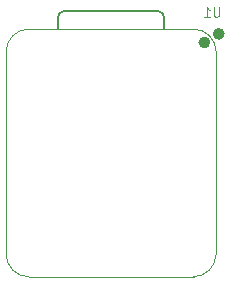
<source format=gbr>
%TF.GenerationSoftware,KiCad,Pcbnew,8.0.8*%
%TF.CreationDate,2025-02-09T21:15:24+00:00*%
%TF.ProjectId,MacroPadPCB,4d616372-6f50-4616-9450-43422e6b6963,rev?*%
%TF.SameCoordinates,Original*%
%TF.FileFunction,Legend,Bot*%
%TF.FilePolarity,Positive*%
%FSLAX46Y46*%
G04 Gerber Fmt 4.6, Leading zero omitted, Abs format (unit mm)*
G04 Created by KiCad (PCBNEW 8.0.8) date 2025-02-09 21:15:24*
%MOMM*%
%LPD*%
G01*
G04 APERTURE LIST*
%ADD10C,0.106680*%
%ADD11C,0.100000*%
%ADD12C,0.127000*%
%ADD13C,0.504000*%
G04 APERTURE END LIST*
D10*
X139066543Y-47796791D02*
X139066543Y-48430098D01*
X139066543Y-48430098D02*
X139029290Y-48504604D01*
X139029290Y-48504604D02*
X138992036Y-48541858D01*
X138992036Y-48541858D02*
X138917530Y-48579111D01*
X138917530Y-48579111D02*
X138768516Y-48579111D01*
X138768516Y-48579111D02*
X138694010Y-48541858D01*
X138694010Y-48541858D02*
X138656756Y-48504604D01*
X138656756Y-48504604D02*
X138619503Y-48430098D01*
X138619503Y-48430098D02*
X138619503Y-47796791D01*
X137837183Y-48579111D02*
X138284223Y-48579111D01*
X138060703Y-48579111D02*
X138060703Y-47796791D01*
X138060703Y-47796791D02*
X138135210Y-47908551D01*
X138135210Y-47908551D02*
X138209717Y-47983058D01*
X138209717Y-47983058D02*
X138284223Y-48020311D01*
D11*
%TO.C,U1*%
X121041994Y-51548100D02*
X121041994Y-68693100D01*
X122946994Y-70598100D02*
X136916994Y-70598100D01*
D12*
X125427994Y-49643100D02*
X125427994Y-48633100D01*
X125927994Y-48133100D02*
X133923266Y-48133100D01*
X134423266Y-48632828D02*
X134426994Y-49643100D01*
D11*
X136916994Y-49643100D02*
X122946994Y-49643100D01*
X136916994Y-49643100D02*
X122946994Y-49643100D01*
X138821994Y-51548100D02*
X138821994Y-68693100D01*
X121041994Y-51548100D02*
G75*
G02*
X122946994Y-49643100I1905000J0D01*
G01*
X122946994Y-70598100D02*
G75*
G02*
X121041994Y-68693100I0J1905000D01*
G01*
D12*
X125427994Y-48633100D02*
G75*
G02*
X125927994Y-48133100I500000J0D01*
G01*
X133923266Y-48133100D02*
G75*
G02*
X134423264Y-48632828I-22J-500020D01*
G01*
D11*
X136916994Y-49639100D02*
G75*
G02*
X138821994Y-51544100I-25J-1905025D01*
G01*
X138821994Y-68693100D02*
G75*
G02*
X136916994Y-70598100I-1905001J1D01*
G01*
D13*
X138083006Y-50770088D02*
G75*
G02*
X137579006Y-50770088I-252000J0D01*
G01*
X137579006Y-50770088D02*
G75*
G02*
X138083006Y-50770088I252000J0D01*
G01*
X139300006Y-50047088D02*
G75*
G02*
X138796006Y-50047088I-252000J0D01*
G01*
X138796006Y-50047088D02*
G75*
G02*
X139300006Y-50047088I252000J0D01*
G01*
%TD*%
M02*

</source>
